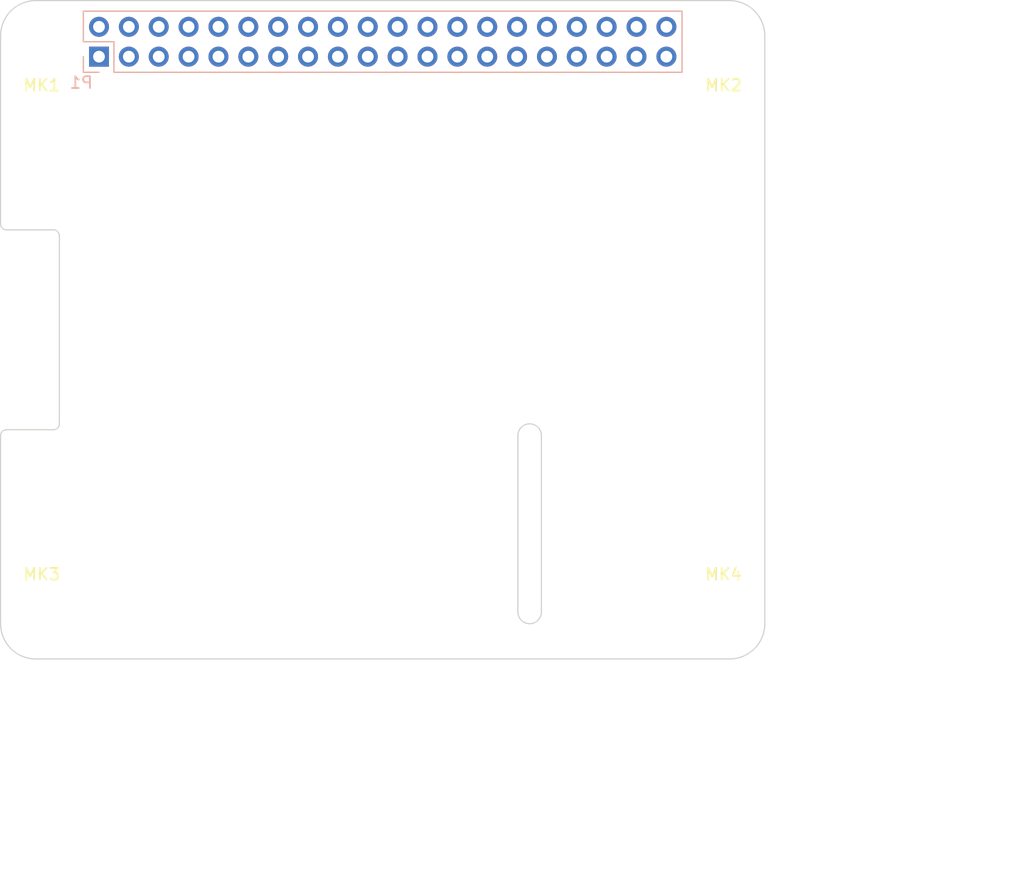
<source format=kicad_pcb>
(kicad_pcb (version 20221018) (generator pcbnew)
  (title_block (date "15 nov 2012"))
  (layers (0 "F.Cu" signal) (31 "B.Cu" signal) (34 "B.Paste" user) (35 "F.Paste" user) (36 "B.SilkS" user "B.Silkscreen") (37 "F.SilkS" user "F.Silkscreen") (38 "B.Mask" user) (39 "F.Mask" user) (44 "Edge.Cuts" user))
  (net 0 "")
  (net 1 "+3V3")
  (net 2 "+5V")
  (net 3 "GND")
  (net 4 "/ID_SD")
  (net 5 "/ID_SC")
  (net 6 "/GPIO5")
  (net 7 "/GPIO6")
  (net 8 "/GPIO26")
  (net 9 "/GPIO2(SDA1)")
  (net 10 "/GPIO3(SCL1)")
  (net 11 "/GPIO4(GCLK)")
  (net 12 "/GPIO14(TXD0)")
  (net 13 "/GPIO15(RXD0)")
  (net 14 "/GPIO17(GEN0)")
  (net 15 "/GPIO27(GEN2)")
  (net 16 "/GPIO22(GEN3)")
  (net 17 "/GPIO23(GEN4)")
  (net 18 "/GPIO24(GEN5)")
  (net 19 "/GPIO25(GEN6)")
  (net 20 "/GPIO18(GEN1)(PWM0)")
  (net 21 "/GPIO10(SPI0_MOSI)")
  (net 22 "/GPIO9(SPI0_MISO)")
  (net 23 "/GPIO11(SPI0_SCK)")
  (net 24 "/GPIO8(SPI0_CE_N)")
  (net 25 "/GPIO7(SPI1_CE_N)")
  (net 26 "/GPIO12(PWM0)")
  (net 27 "/GPIO13(PWM1)")
  (net 28 "/GPIO19(SPI1_MISO)")
  (net 29 "/GPIO16")
  (net 30 "/GPIO20(SPI1_MOSI)")
  (net 31 "/GPIO21(SPI1_SCK)")
  (footprint "MountingHole:MountingHole_2.7mm_M2.5" (layer "F.Cu") (at 203.5 97.5 180)
    (fp_text reference "MK1" (at 0 -3.7 180) (layer "F.SilkS"))
    (fp_text value "M2.5")
    (pad "" np_thru_hole circle (at 0 0 180) (size 2.7 2.7) (drill 2.7) (layers "*.Cu" "*.Mask"))
  )
  (footprint "MountingHole:MountingHole_2.7mm_M2.5" (layer "F.Cu") (at 261.5 97.5 180)
    (fp_text reference "MK2" (at 0 -3.7 180) (layer "F.SilkS"))
    (fp_text value "M2.5")
    (pad "" np_thru_hole circle (at 0 0 180) (size 2.7 2.7) (drill 2.7) (layers "*.Cu" "*.Mask"))
  )
  (footprint "MountingHole:MountingHole_2.7mm_M2.5" (layer "F.Cu") (at 203.5 146.5)
    (fp_text reference "MK3" (at 0 -3.7) (layer "F.SilkS"))
    (fp_text value "M2.5")
    (pad "" np_thru_hole circle (at 0 0) (size 2.7 2.7) (drill 2.7) (layers "*.Cu" "*.Mask"))
  )
  (footprint "MountingHole:MountingHole_2.7mm_M2.5" (layer "F.Cu") (at 261.5 146.5)
    (fp_text reference "MK4" (at 0 -3.7) (layer "F.SilkS"))
    (fp_text value "M2.5")
    (pad "" np_thru_hole circle (at 0 0) (size 2.7 2.7) (drill 2.7) (layers "*.Cu" "*.Mask"))
  )
  (footprint "Connector_PinSocket_2.54mm:PinSocket_2x20_P2.54mm_Vertical" (layer "B.Cu") (at 208.37 98.77 -90)
    (fp_text reference "P1" (at 2.208 1.512) (layer "B.SilkS") (effects (justify mirror)))
    (fp_text value "Conn_02x20_Odd_Even")
    (fp_line (start -3.87 -49.59) (end 1.33 -49.59) (stroke (width 0.12)) (layer "B.SilkS"))
    (fp_line (start -3.87 1.33) (end -3.87 -49.59) (stroke (width 0.12)) (layer "B.SilkS"))
    (fp_line (start -3.87 1.33) (end -1.27 1.33) (stroke (width 0.12)) (layer "B.SilkS"))
    (fp_line (start -1.27 -1.27) (end 1.33 -1.27) (stroke (width 0.12)) (layer "B.SilkS"))
    (fp_line (start -1.27 1.33) (end -1.27 -1.27) (stroke (width 0.12)) (layer "B.SilkS"))
    (fp_line (start 0 1.33) (end 1.33 1.33) (stroke (width 0.12)) (layer "B.SilkS"))
    (fp_line (start 1.33 -1.27) (end 1.33 -49.59) (stroke (width 0.12)) (layer "B.SilkS"))
    (fp_line (start 1.33 1.33) (end 1.33 0) (stroke (width 0.12)) (layer "B.SilkS"))
    (pad "1" thru_hole rect (at 0 0 270) (size 1.7 1.7) (drill 1) (layers "*.Cu" "*.Mask") (net 1 "+3V3"))
    (pad "2" thru_hole oval (at -2.54 0 270) (size 1.7 1.7) (drill 1) (layers "*.Cu" "*.Mask") (net 2 "+5V"))
    (pad "3" thru_hole oval (at 0 -2.54 270) (size 1.7 1.7) (drill 1) (layers "*.Cu" "*.Mask") (net 9 "/GPIO2(SDA1)"))
    (pad "4" thru_hole oval (at -2.54 -2.54 270) (size 1.7 1.7) (drill 1) (layers "*.Cu" "*.Mask") (net 2 "+5V"))
    (pad "5" thru_hole oval (at 0 -5.08 270) (size 1.7 1.7) (drill 1) (layers "*.Cu" "*.Mask") (net 10 "/GPIO3(SCL1)"))
    (pad "6" thru_hole oval (at -2.54 -5.08 270) (size 1.7 1.7) (drill 1) (layers "*.Cu" "*.Mask") (net 3 "GND"))
    (pad "7" thru_hole oval (at 0 -7.62 270) (size 1.7 1.7) (drill 1) (layers "*.Cu" "*.Mask") (net 11 "/GPIO4(GCLK)"))
    (pad "8" thru_hole oval (at -2.54 -7.62 270) (size 1.7 1.7) (drill 1) (layers "*.Cu" "*.Mask") (net 12 "/GPIO14(TXD0)"))
    (pad "9" thru_hole oval (at 0 -10.16 270) (size 1.7 1.7) (drill 1) (layers "*.Cu" "*.Mask") (net 3 "GND"))
    (pad "10" thru_hole oval (at -2.54 -10.16 270) (size 1.7 1.7) (drill 1) (layers "*.Cu" "*.Mask") (net 13 "/GPIO15(RXD0)"))
    (pad "11" thru_hole oval (at 0 -12.7 270) (size 1.7 1.7) (drill 1) (layers "*.Cu" "*.Mask") (net 14 "/GPIO17(GEN0)"))
    (pad "12" thru_hole oval (at -2.54 -12.7 270) (size 1.7 1.7) (drill 1) (layers "*.Cu" "*.Mask") (net 20 "/GPIO18(GEN1)(PWM0)"))
    (pad "13" thru_hole oval (at 0 -15.24 270) (size 1.7 1.7) (drill 1) (layers "*.Cu" "*.Mask") (net 15 "/GPIO27(GEN2)"))
    (pad "14" thru_hole oval (at -2.54 -15.24 270) (size 1.7 1.7) (drill 1) (layers "*.Cu" "*.Mask") (net 3 "GND"))
    (pad "15" thru_hole oval (at 0 -17.78 270) (size 1.7 1.7) (drill 1) (layers "*.Cu" "*.Mask") (net 16 "/GPIO22(GEN3)"))
    (pad "16" thru_hole oval (at -2.54 -17.78 270) (size 1.7 1.7) (drill 1) (layers "*.Cu" "*.Mask") (net 17 "/GPIO23(GEN4)"))
    (pad "17" thru_hole oval (at 0 -20.32 270) (size 1.7 1.7) (drill 1) (layers "*.Cu" "*.Mask") (net 1 "+3V3"))
    (pad "18" thru_hole oval (at -2.54 -20.32 270) (size 1.7 1.7) (drill 1) (layers "*.Cu" "*.Mask") (net 18 "/GPIO24(GEN5)"))
    (pad "19" thru_hole oval (at 0 -22.86 270) (size 1.7 1.7) (drill 1) (layers "*.Cu" "*.Mask") (net 21 "/GPIO10(SPI0_MOSI)"))
    (pad "20" thru_hole oval (at -2.54 -22.86 270) (size 1.7 1.7) (drill 1) (layers "*.Cu" "*.Mask") (net 3 "GND"))
    (pad "21" thru_hole oval (at 0 -25.4 270) (size 1.7 1.7) (drill 1) (layers "*.Cu" "*.Mask") (net 22 "/GPIO9(SPI0_MISO)"))
    (pad "22" thru_hole oval (at -2.54 -25.4 270) (size 1.7 1.7) (drill 1) (layers "*.Cu" "*.Mask") (net 19 "/GPIO25(GEN6)"))
    (pad "23" thru_hole oval (at 0 -27.94 270) (size 1.7 1.7) (drill 1) (layers "*.Cu" "*.Mask") (net 23 "/GPIO11(SPI0_SCK)"))
    (pad "24" thru_hole oval (at -2.54 -27.94 270) (size 1.7 1.7) (drill 1) (layers "*.Cu" "*.Mask") (net 24 "/GPIO8(SPI0_CE_N)"))
    (pad "25" thru_hole oval (at 0 -30.48 270) (size 1.7 1.7) (drill 1) (layers "*.Cu" "*.Mask") (net 3 "GND"))
    (pad "26" thru_hole oval (at -2.54 -30.48 270) (size 1.7 1.7) (drill 1) (layers "*.Cu" "*.Mask") (net 25 "/GPIO7(SPI1_CE_N)"))
    (pad "27" thru_hole oval (at 0 -33.02 270) (size 1.7 1.7) (drill 1) (layers "*.Cu" "*.Mask") (net 4 "/ID_SD"))
    (pad "28" thru_hole oval (at -2.54 -33.02 270) (size 1.7 1.7) (drill 1) (layers "*.Cu" "*.Mask") (net 5 "/ID_SC"))
    (pad "29" thru_hole oval (at 0 -35.56 270) (size 1.7 1.7) (drill 1) (layers "*.Cu" "*.Mask") (net 6 "/GPIO5"))
    (pad "30" thru_hole oval (at -2.54 -35.56 270) (size 1.7 1.7) (drill 1) (layers "*.Cu" "*.Mask") (net 3 "GND"))
    (pad "31" thru_hole oval (at 0 -38.1 270) (size 1.7 1.7) (drill 1) (layers "*.Cu" "*.Mask") (net 7 "/GPIO6"))
    (pad "32" thru_hole oval (at -2.54 -38.1 270) (size 1.7 1.7) (drill 1) (layers "*.Cu" "*.Mask") (net 26 "/GPIO12(PWM0)"))
    (pad "33" thru_hole oval (at 0 -40.64 270) (size 1.7 1.7) (drill 1) (layers "*.Cu" "*.Mask") (net 27 "/GPIO13(PWM1)"))
    (pad "34" thru_hole oval (at -2.54 -40.64 270) (size 1.7 1.7) (drill 1) (layers "*.Cu" "*.Mask") (net 3 "GND"))
    (pad "35" thru_hole oval (at 0 -43.18 270) (size 1.7 1.7) (drill 1) (layers "*.Cu" "*.Mask") (net 28 "/GPIO19(SPI1_MISO)"))
    (pad "36" thru_hole oval (at -2.54 -43.18 270) (size 1.7 1.7) (drill 1) (layers "*.Cu" "*.Mask") (net 29 "/GPIO16"))
    (pad "37" thru_hole oval (at 0 -45.72 270) (size 1.7 1.7) (drill 1) (layers "*.Cu" "*.Mask") (net 8 "/GPIO26"))
    (pad "38" thru_hole oval (at -2.54 -45.72 270) (size 1.7 1.7) (drill 1) (layers "*.Cu" "*.Mask") (net 30 "/GPIO20(SPI1_MOSI)"))
    (pad "39" thru_hole oval (at 0 -48.26 270) (size 1.7 1.7) (drill 1) (layers "*.Cu" "*.Mask") (net 3 "GND"))
    (pad "40" thru_hole oval (at -2.54 -48.26 270) (size 1.7 1.7) (drill 1) (layers "*.Cu" "*.Mask") (net 31 "/GPIO21(SPI1_SCK)"))
  )
  (gr_line (start 244 146) (end 244 131) (stroke (width 0.1)) (layer "Edge.Cuts"))
  (gr_arc (start 244 131) (mid 245 130) (end 246 131) (stroke (width 0.1)) (layer "Edge.Cuts"))
  (gr_line (start 246 131) (end 246 146) (stroke (width 0.1)) (layer "Edge.Cuts"))
  (gr_line (start 262 94) (end 203 94) (stroke (width 0.1)) (layer "Edge.Cuts"))
  (gr_arc (start 262 94) (mid 264.12132 94.87868) (end 265 97) (stroke (width 0.1)) (layer "Edge.Cuts"))
  (gr_line (start 200.5 113.5) (end 204.5 113.5) (stroke (width 0.1)) (layer "Edge.Cuts"))
  (gr_arc (start 200 97) (mid 200.87868 94.87868) (end 203 94) (stroke (width 0.1)) (layer "Edge.Cuts"))
  (gr_arc (start 246 146) (mid 245 147) (end 244 146) (stroke (width 0.1)) (layer "Edge.Cuts"))
  (gr_arc (start 200.5 113.5) (mid 200.146447 113.353553) (end 200 113) (stroke (width 0.1)) (layer "Edge.Cuts"))
  (gr_line (start 200 131) (end 200 147) (stroke (width 0.1)) (layer "Edge.Cuts"))
  (gr_line (start 203 150) (end 262 150) (stroke (width 0.1)) (layer "Edge.Cuts"))
  (gr_arc (start 200 131) (mid 200.146138 130.646755) (end 200.499127 130.500001) (stroke (width 0.1)) (layer "Edge.Cuts"))
  (gr_line (start 205 114) (end 205 130) (stroke (width 0.1)) (layer "Edge.Cuts"))
  (gr_arc (start 265 147) (mid 264.12132 149.12132) (end 262 150) (stroke (width 0.1)) (layer "Edge.Cuts"))
  (gr_line (start 200 97) (end 200 113) (stroke (width 0.1)) (layer "Edge.Cuts"))
  (gr_line (start 265 147) (end 265 97) (stroke (width 0.1)) (layer "Edge.Cuts"))
  (gr_arc (start 203 150) (mid 200.87868 149.12132) (end 200 147) (stroke (width 0.1)) (layer "Edge.Cuts"))
  (gr_line (start 204.5 130.5) (end 200.5 130.5) (stroke (width 0.1)) (layer "Edge.Cuts"))
  (gr_arc (start 205 130) (mid 204.853553 130.353553) (end 204.5 130.5) (stroke (width 0.1)) (layer "Edge.Cuts"))
  (gr_arc (start 204.5 113.5) (mid 204.853553 113.646447) (end 205 114) (stroke (width 0.1)) (layer "Edge.Cuts"))
)
</source>
